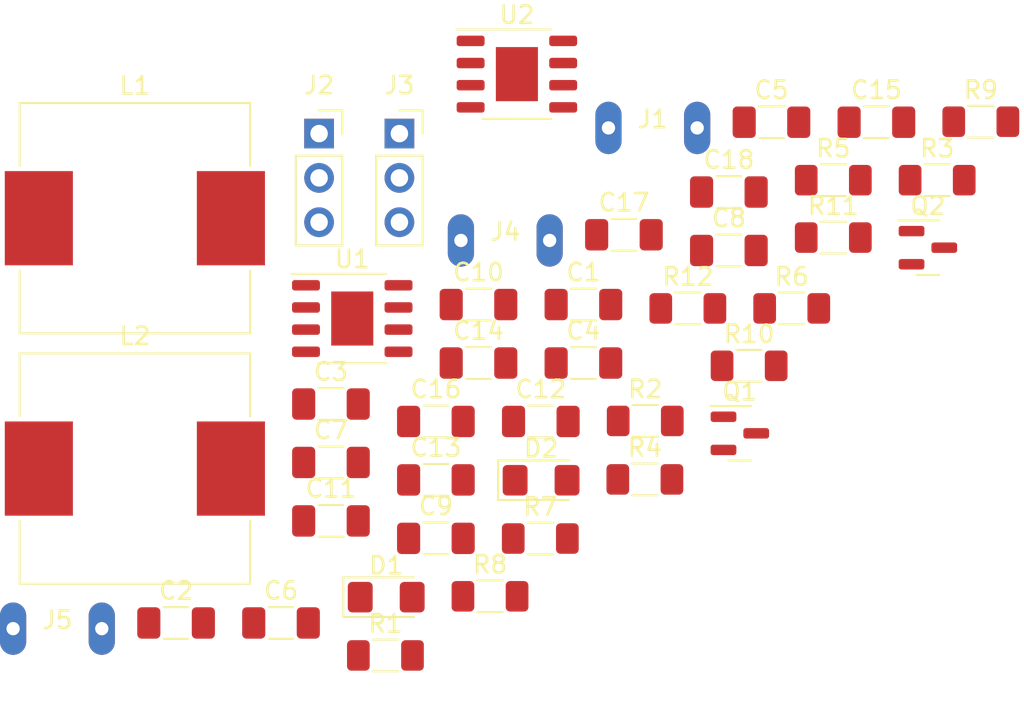
<source format=kicad_pcb>
(kicad_pcb (version 20211014) (generator pcbnew)
  (layers (0 "F.Cu" signal) (31 "B.Cu" signal) (34 "B.Paste" user) (35 "F.Paste" user) (36 "B.SilkS" user "B.Silkscreen") (37 "F.SilkS" user "F.Silkscreen") (38 "B.Mask" user) (39 "F.Mask" user) (44 "Edge.Cuts" user))
  (net 0 "")
  (net 1 "+3.3V")
  (net 2 "Net-(C1-Pad2)")
  (net 3 "+5V")
  (net 4 "Net-(C2-Pad2)")
  (net 5 "GND")
  (net 6 "VBUS")
  (net 7 "Net-(C5-Pad2)")
  (net 8 "Net-(C6-Pad2)")
  (net 9 "Net-(C7-Pad2)")
  (net 10 "Net-(C8-Pad2)")
  (net 11 "Net-(C13-Pad1)")
  (net 12 "Net-(C13-Pad2)")
  (net 13 "Net-(C14-Pad1)")
  (net 14 "Net-(C14-Pad2)")
  (net 15 "Net-(D1-Pad2)")
  (net 16 "Net-(D2-Pad2)")
  (net 17 "Net-(J2-Pad2)")
  (net 18 "Net-(J2-Pad3)")
  (net 19 "Net-(J3-Pad2)")
  (net 20 "Net-(J3-Pad3)")
  (net 21 "Net-(R6-Pad2)")
  (net 22 "Net-(R7-Pad2)")
  (net 23 "Net-(U1-Pad)")
  (net 24 "Net-(U2-Pad)")
  (footprint "Capacitor_SMD:C_1206_3216Metric_Pad1.33x1.80mm_HandSolder" (layer "F.Cu") (at 107.902 97.371)
    (fp_text reference "C6" (at 0 -1.85) (layer "F.SilkS"))
    (fp_text value "1u")
    (fp_line (start -0.711252 -0.91) (end 0.711252 -0.91) (layer "F.SilkS") (width 0.12))
    (fp_line (start -0.711252 0.91) (end 0.711252 0.91) (layer "F.SilkS") (width 0.12))
    (pad "1" smd roundrect (at -1.5625 0) (size 1.325 1.8) (layers "F.Cu" "F.Paste" "F.Mask") (roundrect_rratio 0.188679) (net 5 "GND"))
    (pad "2" smd roundrect (at 1.5625 0) (size 1.325 1.8) (layers "F.Cu" "F.Paste" "F.Mask") (roundrect_rratio 0.188679) (net 8 "Net-(C6-Pad2)"))
  )
  (footprint "LED_SMD:LED_1206_3216Metric_Pad1.42x1.75mm_HandSolder" (layer "F.Cu") (at 122.797 89.191)
    (fp_text reference "D2" (at 0 -1.82) (layer "F.SilkS"))
    (fp_text value "LED")
    (fp_line (start -2.46 -1.135) (end -2.46 1.135) (layer "F.SilkS") (width 0.12))
    (fp_line (start -2.46 1.135) (end 1.6 1.135) (layer "F.SilkS") (width 0.12))
    (fp_line (start 1.6 -1.135) (end -2.46 -1.135) (layer "F.SilkS") (width 0.12))
    (pad "1" smd roundrect (at -1.4875 0) (size 1.425 1.75) (layers "F.Cu" "F.Paste" "F.Mask") (roundrect_rratio 0.175439) (net 5 "GND"))
    (pad "2" smd roundrect (at 1.4875 0) (size 1.425 1.75) (layers "F.Cu" "F.Paste" "F.Mask") (roundrect_rratio 0.175439) (net 16 "Net-(D2-Pad2)"))
  )
  (footprint "Package_SO:HSOP-8-1EP_3.9x4.9mm_P1.27mm_EP2.41x3.1mm" (layer "F.Cu") (at 121.412 65.913)
    (fp_text reference "U2" (at 0 -3.4) (layer "F.SilkS"))
    (fp_text value "TPS54228")
    (fp_line (start 0 2.56) (end 1.95 2.56) (layer "F.SilkS") (width 0.12))
    (fp_line (start 0 2.56) (end -1.95 2.56) (layer "F.SilkS") (width 0.12))
    (fp_line (start 0 -2.56) (end 1.95 -2.56) (layer "F.SilkS") (width 0.12))
    (fp_line (start 0 -2.56) (end -3.45 -2.56) (layer "F.SilkS") (width 0.12))
    (pad "1" smd roundrect (at -2.65 -1.905) (size 1.6 0.6) (layers "F.Cu" "F.Paste" "F.Mask") (net 22 "Net-(R7-Pad2)"))
    (pad "2" smd roundrect (at -2.65 -0.635) (size 1.6 0.6) (layers "F.Cu" "F.Paste" "F.Mask") (net 4 "Net-(C2-Pad2)"))
    (pad "3" smd roundrect (at -2.65 0.635) (size 1.6 0.6) (layers "F.Cu" "F.Paste" "F.Mask") (net 8 "Net-(C6-Pad2)"))
    (pad "4" smd roundrect (at -2.65 1.905) (size 1.6 0.6) (layers "F.Cu" "F.Paste" "F.Mask") (net 10 "Net-(C8-Pad2)"))
    (pad "5" smd roundrect (at 2.65 1.905) (size 1.6 0.6) (layers "F.Cu" "F.Paste" "F.Mask") (net 24 "Net-(U2-Pad)"))
    (pad "6" smd roundrect (at 2.65 0.635) (size 1.6 0.6) (layers "F.Cu" "F.Paste" "F.Mask") (net 13 "Net-(C14-Pad1)"))
    (pad "7" smd roundrect (at 2.65 -0.635) (size 1.6 0.6) (layers "F.Cu" "F.Paste" "F.Mask") (net 14 "Net-(C14-Pad2)"))
    (pad "8" smd roundrect (at 2.65 -1.905) (size 1.6 0.6) (layers "F.Cu" "F.Paste" "F.Mask") (net 6 "VBUS"))
    (pad "9" smd rect (at 0 0) (size 2.41 3.1) (layers "F.Cu" "F.Mask"))
  )
  (footprint "Capacitor_SMD:C_1206_3216Metric_Pad1.33x1.80mm_HandSolder" (layer "F.Cu") (at 110.762 91.521)
    (fp_text reference "C11" (at 0 -1.85) (layer "F.SilkS"))
    (fp_text value "0.1u")
    (fp_line (start -0.711252 -0.91) (end 0.711252 -0.91) (layer "F.SilkS") (width 0.12))
    (fp_line (start -0.711252 0.91) (end 0.711252 0.91) (layer "F.SilkS") (width 0.12))
    (pad "1" smd roundrect (at -1.5625 0) (size 1.325 1.8) (layers "F.Cu" "F.Paste" "F.Mask") (roundrect_rratio 0.188679) (net 5 "GND"))
    (pad "2" smd roundrect (at 1.5625 0) (size 1.325 1.8) (layers "F.Cu" "F.Paste" "F.Mask") (roundrect_rratio 0.188679) (net 6 "VBUS"))
  )
  (footprint "moje:ARK" (layer "F.Cu") (at 129.197 68.996)
    (fp_text reference "J1" (at 0 -0.5 unlocked) (layer "F.SilkS"))
    (fp_text value "Vin")
    (pad "1" thru_hole oval (at -2.54 0) (size 1.5 3) (drill 0.762) (layers *.Cu *.Mask) (net 6 "VBUS"))
    (pad "2" thru_hole oval (at 2.54 0) (size 1.5 3) (drill 0.762) (layers *.Cu *.Mask) (net 5 "GND"))
  )
  (footprint "Capacitor_SMD:C_1206_3216Metric_Pad1.33x1.80mm_HandSolder" (layer "F.Cu") (at 127.542 75.121)
    (fp_text reference "C17" (at 0 -1.85) (layer "F.SilkS"))
    (fp_text value "22p")
    (fp_line (start -0.711252 -0.91) (end 0.711252 -0.91) (layer "F.SilkS") (width 0.12))
    (fp_line (start -0.711252 0.91) (end 0.711252 0.91) (layer "F.SilkS") (width 0.12))
    (pad "1" smd roundrect (at -1.5625 0) (size 1.325 1.8) (layers "F.Cu" "F.Paste" "F.Mask") (roundrect_rratio 0.188679) (net 1 "+3.3V"))
    (pad "2" smd roundrect (at 1.5625 0) (size 1.325 1.8) (layers "F.Cu" "F.Paste" "F.Mask") (roundrect_rratio 0.188679) (net 5 "GND"))
  )
  (footprint "Capacitor_SMD:C_1206_3216Metric_Pad1.33x1.80mm_HandSolder" (layer "F.Cu") (at 133.552 76.021)
    (fp_text reference "C8" (at 0 -1.85) (layer "F.SilkS"))
    (fp_text value "3.3n")
    (fp_line (start -0.711252 0.91) (end 0.711252 0.91) (layer "F.SilkS") (width 0.12))
    (fp_line (start -0.711252 -0.91) (end 0.711252 -0.91) (layer "F.SilkS") (width 0.12))
    (pad "1" smd roundrect (at -1.5625 0) (size 1.325 1.8) (layers "F.Cu" "F.Paste" "F.Mask") (roundrect_rratio 0.188679) (net 5 "GND"))
    (pad "2" smd roundrect (at 1.5625 0) (size 1.325 1.8) (layers "F.Cu" "F.Paste" "F.Mask") (roundrect_rratio 0.188679) (net 10 "Net-(C8-Pad2)"))
  )
  (footprint "Resistor_SMD:R_1206_3216Metric_Pad1.30x1.75mm_HandSolder" (layer "F.Cu") (at 145.482 71.991)
    (fp_text reference "R3" (at 0 -1.82) (layer "F.SilkS"))
    (fp_text value "10k")
    (fp_line (start -0.727064 -0.91) (end 0.727064 -0.91) (layer "F.SilkS") (width 0.12))
    (fp_line (start -0.727064 0.91) (end 0.727064 0.91) (layer "F.SilkS") (width 0.12))
    (pad "1" smd roundrect (at -1.55 0) (size 1.3 1.75) (layers "F.Cu" "F.Paste" "F.Mask") (roundrect_rratio 0.192308) (net 1 "+3.3V"))
    (pad "2" smd roundrect (at 1.55 0) (size 1.3 1.75) (layers "F.Cu" "F.Paste" "F.Mask") (roundrect_rratio 0.192308) (net 17 "Net-(J2-Pad2)"))
  )
  (footprint "Package_SO:HSOP-8-1EP_3.9x4.9mm_P1.27mm_EP2.41x3.1mm" (layer "F.Cu") (at 111.982 79.921)
    (fp_text reference "U1" (at 0 -3.4) (layer "F.SilkS"))
    (fp_text value "TPS54228")
    (fp_line (start 0 -2.56) (end -3.45 -2.56) (layer "F.SilkS") (width 0.12))
    (fp_line (start 0 2.56) (end 1.95 2.56) (layer "F.SilkS") (width 0.12))
    (fp_line (start 0 -2.56) (end 1.95 -2.56) (layer "F.SilkS") (width 0.12))
    (fp_line (start 0 2.56) (end -1.95 2.56) (layer "F.SilkS") (width 0.12))
    (pad "1" smd roundrect (at -2.65 -1.905) (size 1.6 0.6) (layers "F.Cu" "F.Paste" "F.Mask") (net 21 "Net-(R6-Pad2)"))
    (pad "2" smd roundrect (at -2.65 -0.635) (size 1.6 0.6) (layers "F.Cu" "F.Paste" "F.Mask") (net 2 "Net-(C1-Pad2)"))
    (pad "3" smd roundrect (at -2.65 0.635) (size 1.6 0.6) (layers "F.Cu" "F.Paste" "F.Mask") (net 7 "Net-(C5-Pad2)"))
    (pad "4" smd roundrect (at -2.65 1.905) (size 1.6 0.6) (layers "F.Cu" "F.Paste" "F.Mask") (net 9 "Net-(C7-Pad2)"))
    (pad "5" smd roundrect (at 2.65 1.905) (size 1.6 0.6) (layers "F.Cu" "F.Paste" "F.Mask") (net 23 "Net-(U1-Pad)"))
    (pad "6" smd roundrect (at 2.65 0.635) (size 1.6 0.6) (layers "F.Cu" "F.Paste" "F.Mask") (net 11 "Net-(C13-Pad1)"))
    (pad "7" smd roundrect (at 2.65 -0.635) (size 1.6 0.6) (layers "F.Cu" "F.Paste" "F.Mask") (net 12 "Net-(C13-Pad2)"))
    (pad "8" smd roundrect (at 2.65 -1.905) (size 1.6 0.6) (layers "F.Cu" "F.Paste" "F.Mask") (net 6 "VBUS"))
    (pad "9" smd rect (at 0 0) (size 2.41 3.1) (layers "F.Cu" "F.Mask"))
  )
  (footprint "Resistor_SMD:R_1206_3216Metric_Pad1.30x1.75mm_HandSolder" (layer "F.Cu") (at 113.882 99.231)
    (fp_text reference "R1" (at 0 -1.82) (layer "F.SilkS"))
    (fp_text value "73.2k")
    (fp_line (start -0.727064 -0.91) (end 0.727064 -0.91) (layer "F.SilkS") (width 0.12))
    (fp_line (start -0.727064 0.91) (end 0.727064 0.91) (layer "F.SilkS") (width 0.12))
    (pad "1" smd roundrect (at -1.55 0) (size 1.3 1.75) (layers "F.Cu" "F.Paste" "F.Mask") (roundrect_rratio 0.192308) (net 1 "+3.3V"))
    (pad "2" smd roundrect (at 1.55 0) (size 1.3 1.75) (layers "F.Cu" "F.Paste" "F.Mask") (roundrect_rratio 0.192308) (net 2 "Net-(C1-Pad2)"))
  )
  (footprint "Capacitor_SMD:C_1206_3216Metric_Pad1.33x1.80mm_HandSolder" (layer "F.Cu") (at 119.212 82.471)
    (fp_text reference "C14" (at 0 -1.85) (layer "F.SilkS"))
    (fp_text value "0.1u")
    (fp_line (start -0.711252 0.91) (end 0.711252 0.91) (layer "F.SilkS") (width 0.12))
    (fp_line (start -0.711252 -0.91) (end 0.711252 -0.91) (layer "F.SilkS") (width 0.12))
    (pad "1" smd roundrect (at -1.5625 0) (size 1.325 1.8) (layers "F.Cu" "F.Paste" "F.Mask") (roundrect_rratio 0.188679) (net 13 "Net-(C14-Pad1)"))
    (pad "2" smd roundrect (at 1.5625 0) (size 1.325 1.8) (layers "F.Cu" "F.Paste" "F.Mask") (roundrect_rratio 0.188679) (net 14 "Net-(C14-Pad2)"))
  )
  (footprint "Resistor_SMD:R_1206_3216Metric_Pad1.30x1.75mm_HandSolder" (layer "F.Cu") (at 147.982 68.641)
    (fp_text reference "R9" (at 0 -1.82) (layer "F.SilkS"))
    (fp_text value "10k")
    (fp_line (start -0.727064 0.91) (end 0.727064 0.91) (layer "F.SilkS") (width 0.12))
    (fp_line (start -0.727064 -0.91) (end 0.727064 -0.91) (layer "F.SilkS") (width 0.12))
    (pad "1" smd roundrect (at -1.55 0) (size 1.3 1.75) (layers "F.Cu" "F.Paste" "F.Mask") (roundrect_rratio 0.192308) (net 1 "+3.3V"))
    (pad "2" smd roundrect (at 1.55 0) (size 1.3 1.75) (layers "F.Cu" "F.Paste" "F.Mask") (roundrect_rratio 0.192308) (net 18 "Net-(J2-Pad3)"))
  )
  (footprint "Resistor_SMD:R_1206_3216Metric_Pad1.30x1.75mm_HandSolder" (layer "F.Cu") (at 139.532 75.281)
    (fp_text reference "R11" (at 0 -1.82) (layer "F.SilkS"))
    (fp_text value "10k")
    (fp_line (start -0.727064 0.91) (end 0.727064 0.91) (layer "F.SilkS") (width 0.12))
    (fp_line (start -0.727064 -0.91) (end 0.727064 -0.91) (layer "F.SilkS") (width 0.12))
    (pad "1" smd roundrect (at -1.55 0) (size 1.3 1.75) (layers "F.Cu" "F.Paste" "F.Mask") (roundrect_rratio 0.192308) (net 3 "+5V"))
    (pad "2" smd roundrect (at 1.55 0) (size 1.3 1.75) (layers "F.Cu" "F.Paste" "F.Mask") (roundrect_rratio 0.192308) (net 15 "Net-(D1-Pad2)"))
  )
  (footprint "Capacitor_SMD:C_1206_3216Metric_Pad1.33x1.80mm_HandSolder" (layer "F.Cu") (at 125.222 79.121)
    (fp_text reference "C1" (at 0 -1.85) (layer "F.SilkS"))
    (fp_text value "22p")
    (fp_line (start -0.711252 -0.91) (end 0.711252 -0.91) (layer "F.SilkS") (width 0.12))
    (fp_line (start -0.711252 0.91) (end 0.711252 0.91) (layer "F.SilkS") (width 0.12))
    (pad "1" smd roundrect (at -1.5625 0) (size 1.325 1.8) (layers "F.Cu" "F.Paste" "F.Mask") (roundrect_rratio 0.188679) (net 1 "+3.3V"))
    (pad "2" smd roundrect (at 1.5625 0) (size 1.325 1.8) (layers "F.Cu" "F.Paste" "F.Mask") (roundrect_rratio 0.188679) (net 2 "Net-(C1-Pad2)"))
  )
  (footprint "Connector_PinSocket_2.54mm:PinSocket_1x03_P2.54mm_Vertical" (layer "F.Cu") (at 110.082 69.321)
    (fp_text reference "J2" (at 0 -2.77) (layer "F.SilkS"))
    (fp_text value "I2C_low")
    (fp_line (start -1.33 1.27) (end 1.33 1.27) (layer "F.SilkS") (width 0.12))
    (fp_line (start 1.33 -1.33) (end 1.33 0) (layer "F.SilkS") (width 0.12))
    (fp_line (start -1.33 1.27) (end -1.33 6.41) (layer "F.SilkS") (width 0.12))
    (fp_line (start -1.33 6.41) (end 1.33 6.41) (layer "F.SilkS") (width 0.12))
    (fp_line (start 1.33 1.27) (end 1.33 6.41) (layer "F.SilkS") (width 0.12))
    (fp_line (start 0 -1.33) (end 1.33 -1.33) (layer "F.SilkS") (width 0.12))
    (pad "1" thru_hole rect (at 0 0) (size 1.7 1.7) (drill 1) (layers *.Cu *.Mask) (net 5 "GND"))
    (pad "2" thru_hole oval (at 0 2.54) (size 1.7 1.7) (drill 1) (layers *.Cu *.Mask) (net 17 "Net-(J2-Pad2)"))
    (pad "3" thru_hole oval (at 0 5.08) (size 1.7 1.7) (drill 1) (layers *.Cu *.Mask) (net 18 "Net-(J2-Pad3)"))
  )
  (footprint "Resistor_SMD:R_1206_3216Metric_Pad1.30x1.75mm_HandSolder" (layer "F.Cu") (at 134.712 82.631)
    (fp_text reference "R10" (at 0 -1.82) (layer "F.SilkS"))
    (fp_text value "10k")
    (fp_line (start -0.727064 0.91) (end 0.727064 0.91) (layer "F.SilkS") (width 0.12))
    (fp_line (start -0.727064 -0.91) (end 0.727064 -0.91) (layer "F.SilkS") (width 0.12))
    (pad "1" smd roundrect (at -1.55 0) (size 1.3 1.75) (layers "F.Cu" "F.Paste" "F.Mask") (roundrect_rratio 0.192308) (net 3 "+5V"))
    (pad "2" smd roundrect (at 1.55 0) (size 1.3 1.75) (layers "F.Cu" "F.Paste" "F.Mask") (roundrect_rratio 0.192308) (net 20 "Net-(J3-Pad3)"))
  )
  (footprint "LED_SMD:LED_1206_3216Metric_Pad1.42x1.75mm_HandSolder" (layer "F.Cu") (at 113.927 95.891)
    (fp_text reference "D1" (at 0 -1.82) (layer "F.SilkS"))
    (fp_text value "LED")
    (fp_line (start -2.46 -1.135) (end -2.46 1.135) (layer "F.SilkS") (width 0.12))
    (fp_line (start -2.46 1.135) (end 1.6 1.135) (layer "F.SilkS") (width 0.12))
    (fp_line (start 1.6 -1.135) (end -2.46 -1.135) (layer "F.SilkS") (width 0.12))
    (pad "1" smd roundrect (at -1.4875 0) (size 1.425 1.75) (layers "F.Cu" "F.Paste" "F.Mask") (roundrect_rratio 0.175439) (net 5 "GND"))
    (pad "2" smd roundrect (at 1.4875 0) (size 1.425 1.75) (layers "F.Cu" "F.Paste" "F.Mask") (roundrect_rratio 0.175439) (net 15 "Net-(D1-Pad2)"))
  )
  (footprint "Capacitor_SMD:C_1206_3216Metric_Pad1.33x1.80mm_HandSolder" (layer "F.Cu") (at 101.892 97.371)
    (fp_text reference "C2" (at 0 -1.85) (layer "F.SilkS"))
    (fp_text value "22p")
    (fp_line (start -0.711252 0.91) (end 0.711252 0.91) (layer "F.SilkS") (width 0.12))
    (fp_line (start -0.711252 -0.91) (end 0.711252 -0.91) (layer "F.SilkS") (width 0.12))
    (pad "1" smd roundrect (at -1.5625 0) (size 1.325 1.8) (layers "F.Cu" "F.Paste" "F.Mask") (roundrect_rratio 0.188679) (net 3 "+5V"))
    (pad "2" smd roundrect (at 1.5625 0) (size 1.325 1.8) (layers "F.Cu" "F.Paste" "F.Mask") (roundrect_rratio 0.188679) (net 4 "Net-(C2-Pad2)"))
  )
  (footprint "Capacitor_SMD:C_1206_3216Metric_Pad1.33x1.80mm_HandSolder" (layer "F.Cu") (at 125.222 82.471)
    (fp_text reference "C4" (at 0 -1.85) (layer "F.SilkS"))
    (fp_text value "10u")
    (fp_line (start -0.711252 0.91) (end 0.711252 0.91) (layer "F.SilkS") (width 0.12))
    (fp_line (start -0.711252 -0.91) (end 0.711252 -0.91) (layer "F.SilkS") (width 0.12))
    (pad "1" smd roundrect (at -1.5625 0) (size 1.325 1.8) (layers "F.Cu" "F.Paste" "F.Mask") (roundrect_rratio 0.188679) (net 5 "GND"))
    (pad "2" smd roundrect (at 1.5625 0) (size 1.325 1.8) (layers "F.Cu" "F.Paste" "F.Mask") (roundrect_rratio 0.188679) (net 6 "VBUS"))
  )
  (footprint "Capacitor_SMD:C_1206_3216Metric_Pad1.33x1.80mm_HandSolder" (layer "F.Cu") (at 116.772 89.171)
    (fp_text reference "C13" (at 0 -1.85) (layer "F.SilkS"))
    (fp_text value "0.1u")
    (fp_line (start -0.711252 0.91) (end 0.711252 0.91) (layer "F.SilkS") (width 0.12))
    (fp_line (start -0.711252 -0.91) (end 0.711252 -0.91) (layer "F.SilkS") (width 0.12))
    (pad "1" smd roundrect (at -1.5625 0) (size 1.325 1.8) (layers "F.Cu" "F.Paste" "F.Mask") (roundrect_rratio 0.188679) (net 11 "Net-(C13-Pad1)"))
    (pad "2" smd roundrect (at 1.5625 0) (size 1.325 1.8) (layers "F.Cu" "F.Paste" "F.Mask") (roundrect_rratio 0.188679) (net 12 "Net-(C13-Pad2)"))
  )
  (footprint "Resistor_SMD:R_1206_3216Metric_Pad1.30x1.75mm_HandSolder" (layer "F.Cu") (at 119.872 95.841)
    (fp_text reference "R8" (at 0 -1.82) (layer "F.SilkS"))
    (fp_text value "10k")
    (fp_line (start -0.727064 -0.91) (end 0.727064 -0.91) (layer "F.SilkS") (width 0.12))
    (fp_line (start -0.727064 0.91) (end 0.727064 0.91) (layer "F.SilkS") (width 0.12))
    (pad "1" smd roundrect (at -1.55 0) (size 1.3 1.75) (layers "F.Cu" "F.Paste" "F.Mask") (roundrect_rratio 0.192308) (net 3 "+5V"))
    (pad "2" smd roundrect (at 1.55 0) (size 1.3 1.75) (layers "F.Cu" "F.Paste" "F.Mask") (roundrect_rratio 0.192308) (net 19 "Net-(J3-Pad2)"))
  )
  (footprint "Capacitor_SMD:C_1206_3216Metric_Pad1.33x1.80mm_HandSolder" (layer "F.Cu") (at 133.552 72.671)
    (fp_text reference "C18" (at 0 -1.85) (layer "F.SilkS"))
    (fp_text value "22p")
    (fp_line (start -0.711252 0.91) (end 0.711252 0.91) (layer "F.SilkS") (width 0.12))
    (fp_line (start -0.711252 -0.91) (end 0.711252 -0.91) (layer "F.SilkS") (width 0.12))
    (pad "1" smd roundrect (at -1.5625 0) (size 1.325 1.8) (layers "F.Cu" "F.Paste" "F.Mask") (roundrect_rratio 0.188679) (net 3 "+5V"))
    (pad "2" smd roundrect (at 1.5625 0) (size 1.325 1.8) (layers "F.Cu" "F.Paste" "F.Mask") (roundrect_rratio 0.188679) (net 5 "GND"))
  )
  (footprint "Resistor_SMD:R_1206_3216Metric_Pad1.30x1.75mm_HandSolder" (layer "F.Cu") (at 122.752 92.531)
    (fp_text reference "R7" (at 0 -1.82) (layer "F.SilkS"))
    (fp_text value "10k")
    (fp_line (start -0.727064 -0.91) (end 0.727064 -0.91) (layer "F.SilkS") (width 0.12))
    (fp_line (start -0.727064 0.91) (end 0.727064 0.91) (layer "F.SilkS") (width 0.12))
    (pad "1" smd roundrect (at -1.55 0) (size 1.3 1.75) (layers "F.Cu" "F.Paste" "F.Mask") (roundrect_rratio 0.192308) (net 6 "VBUS"))
    (pad "2" smd roundrect (at 1.55 0) (size 1.3 1.75) (layers "F.Cu" "F.Paste" "F.Mask") (roundrect_rratio 0.192308) (net 22 "Net-(R7-Pad2)"))
  )
  (footprint "Inductor_SMD:L_Neosid_SM-NE127_HandSoldering" (layer "F.Cu") (at 99.532 88.521)
    (fp_text reference "L2" (at 0 -7.6) (layer "F.SilkS"))
    (fp_text value "4.7u")
    (fp_line (start 6.6 -6.6) (end 6.6 -3) (layer "F.SilkS") (width 0.12))
    (fp_line (start 6.6 6.6) (end -6.6 6.6) (layer "F.SilkS") (width 0.12))
    (fp_line (start -6.6 -6.6) (end 6.6 -6.6) (layer "F.SilkS") (width 0.12))
    (fp_line (start -6.6 6.6) (end -6.6 3) (layer "F.SilkS") (width 0.12))
    (fp_line (start -6.6 -3) (end -6.6 -6.6) (layer "F.SilkS") (width 0.12))
    (fp_line (start 6.6 3) (end 6.6 6.6) (layer "F.SilkS") (width 0.12))
    (pad "1" smd rect (at -5.5 0) (size 3.9 5.4) (layers "F.Cu" "F.Paste" "F.Mask") (net 13 "Net-(C14-Pad1)"))
    (pad "2" smd rect (at 5.5 0) (size 3.9 5.4) (layers "F.Cu" "F.Paste" "F.Mask") (net 3 "+5V"))
  )
  (footprint "Capacitor_SMD:C_1206_3216Metric_Pad1.33x1.80mm_HandSolder" (layer "F.Cu") (at 116.772 92.521)
    (fp_text reference "C9" (at 0 -1.85) (layer "F.SilkS"))
    (fp_text value "10u")
    (fp_line (start -0.711252 -0.91) (end 0.711252 -0.91) (layer "F.SilkS") (width 0.12))
    (fp_line (start -0.711252 0.91) (end 0.711252 0.91) (layer "F.SilkS") (width 0.12))
    (pad "1" smd roundrect (at -1.5625 0) (size 1.325 1.8) (layers "F.Cu" "F.Paste" "F.Mask") (roundrect_rratio 0.188679) (net 5 "GND"))
    (pad "2" smd roundrect (at 1.5625 0) (size 1.325 1.8) (layers "F.Cu" "F.Paste" "F.Mask") (roundrect_rratio 0.188679) (net 6 "VBUS"))
  )
  (footprint "Resistor_SMD:R_1206_3216Metric_Pad1.30x1.75mm_HandSolder" (layer "F.Cu") (at 139.532 71.991)
    (fp_text reference "R5" (at 0 -1.82) (layer "F.SilkS"))
    (fp_text value "22.1k")
    (fp_line (start -0.727064 -0.91) (end 0.727064 -0.91) (layer "F.SilkS") (width 0.12))
    (fp_line (start -0.727064 0.91) (end 0.727064 0.91) (layer "F.SilkS") (width 0.12))
    (pad "1" smd roundrect (at -1.55 0) (size 1.3 1.75) (layers "F.Cu" "F.Paste" "F.Mask") (roundrect_rratio 0.192308) (net 5 "GND"))
    (pad "2" smd roundrect (at 1.55 0) (size 1.3 1.75) (layers "F.Cu" "F.Paste" "F.Mask") (roundrect_rratio 0.192308) (net 4 "Net-(C2-Pad2)"))
  )
  (footprint "Package_TO_SOT_SMD:SOT-23" (layer "F.Cu") (at 134.182 86.501)
    (fp_text reference "Q1" (at 0 -2.4) (layer "F.SilkS"))
    (fp_text value "2N7002E")
    (fp_line (start 0 1.56) (end 0.65 1.56) (layer "F.SilkS") (width 0.12))
    (fp_line (start 0 -1.56) (end 0.65 -1.56) (layer "F.SilkS") (width 0.12))
    (fp_line (start 0 1.56) (end -0.65 1.56) (layer "F.SilkS") (width 0.12))
    (fp_line (start 0 -1.56) (end -1.675 -1.56) (layer "F.SilkS") (width 0.12))
    (pad "1" smd roundrect (at -0.9375 -0.95) (size 1.475 0.6) (layers "F.Cu" "F.Paste" "F.Mask") (net 1 "+3.3V"))
    (pad "2" smd roundrect (at -0.9375 0.95) (size 1.475 0.6) (layers "F.Cu" "F.Paste" "F.Mask") (net 17 "Net-(J2-Pad2)"))
    (pad "3" smd roundrect (at 0.9375 0) (size 1.475 0.6) (layers "F.Cu" "F.Paste" "F.Mask") (net 19 "Net-(J3-Pad2)"))
  )
  (footprint "Capacitor_SMD:C_1206_3216Metric_Pad1.33x1.80mm_HandSolder" (layer "F.Cu") (at 142.002 68.671)
    (fp_text reference "C15" (at 0 -1.85) (layer "F.SilkS"))
    (fp_text value "22p")
    (fp_line (start -0.711252 -0.91) (end 0.711252 -0.91) (layer "F.SilkS") (width 0.12))
    (fp_line (start -0.711252 0.91) (end 0.711252 0.91) (layer "F.SilkS") (width 0.12))
    (pad "1" smd roundrect (at -1.5625 0) (size 1.325 1.8) (layers "F.Cu" "F.Paste" "F.Mask") (roundrect_rratio 0.188679) (net 1 "+3.3V"))
    (pad "2" smd roundrect (at 1.5625 0) (size 1.325 1.8) (layers "F.Cu" "F.Paste" "F.Mask") (roundrect_rratio 0.188679) (net 5 "GND"))
  )
  (footprint "Capacitor_SMD:C_1206_3216Metric_Pad1.33x1.80mm_HandSolder" (layer "F.Cu") (at 119.212 79.121)
    (fp_text reference "C10" (at 0 -1.85) (layer "F.SilkS"))
    (fp_text value "10u")
    (fp_line (start -0.711252 0.91) (end 0.711252 0.91) (layer "F.SilkS") (width 0.12))
    (fp_line (start -0.711252 -0.91) (end 0.711252 -0.91) (layer "F.SilkS") (width 0.12))
    (pad "1" smd roundrect (at -1.5625 0) (size 1.325 1.8) (layers "F.Cu" "F.Paste" "F.Mask") (roundrect_rratio 0.188679) (net 5 "GND"))
    (pad "2" smd roundrect (at 1.5625 0) (size 1.325 1.8) (layers "F.Cu" "F.Paste" "F.Mask") (roundrect_rratio 0.188679) (net 6 "VBUS"))
  )
  (footprint "Capacitor_SMD:C_1206_3216Metric_Pad1.33x1.80mm_HandSolder" (layer "F.Cu") (at 122.782 85.821)
    (fp_text reference "C12" (at 0 -1.85) (layer "F.SilkS"))
    (fp_text value "0.1u")
    (fp_line (start -0.711252 -0.91) (end 0.711252 -0.91) (layer "F.SilkS") (width 0.12))
    (fp_line (start -0.711252 0.91) (end 0.711252 0.91) (layer "F.SilkS") (width 0.12))
    (pad "1" smd roundrect (at -1.5625 0) (size 1.325 1.8) (layers "F.Cu" "F.Paste" "F.Mask") (roundrect_rratio 0.188679) (net 5 "GND"))
    (pad "2" smd roundrect (at 1.5625 0) (size 1.325 1.8) (layers "F.Cu" "F.Paste" "F.Mask") (roundrect_rratio 0.188679) (net 6 "VBUS"))
  )
  (footprint "Package_TO_SOT_SMD:SOT-23" (layer "F.Cu") (at 144.952 75.861)
    (fp_text reference "Q2" (at 0 -2.4) (layer "F.SilkS"))
    (fp_text value "2N7002E")
    (fp_line (start 0 -1.56) (end 0.65 -1.56) (layer "F.SilkS") (width 0.12))
    (fp_line (start 0 1.56) (end -0.65 1.56) (layer "F.SilkS") (width 0.12))
    (fp_line (start 0 1.56) (end 0.65 1.56) (layer "F.SilkS") (width 0.12))
    (fp_line (start 0 -1.56) (end -1.675 -1.56) (layer "F.SilkS") (width 0.12))
    (pad "1" smd roundrect (at -0.9375 -0.95) (size 1.475 0.6) (layers "F.Cu" "F.Paste" "F.Mask") (net 1 "+3.3V"))
    (pad "2" smd roundrect (at -0.9375 0.95) (size 1.475 0.6) (layers "F.Cu" "F.Paste" "F.Mask") (net 18 "Net-(J2-Pad3)"))
    (pad "3" smd roundrect (at 0.9375 0) (size 1.475 0.6) (layers "F.Cu" "F.Paste" "F.Mask") (net 20 "Net-(J3-Pad3)"))
  )
  (footprint "Resistor_SMD:R_1206_3216Metric_Pad1.30x1.75mm_HandSolder" (layer "F.Cu") (at 137.152 79.341)
    (fp_text reference "R6" (at 0 -1.82) (layer "F.SilkS"))
    (fp_text value "10k")
    (fp_line (start -0.727064 -0.91) (end 0.727064 -0.91) (layer "F.SilkS") (width 0.12))
    (fp_line (start -0.727064 0.91) (end 0.727064 0.91) (layer "F.SilkS") (width 0.12))
    (pad "1" smd roundrect (at -1.55 0) (size 1.3 1.75) (layers "F.Cu" "F.Paste" "F.Mask") (roundrect_rratio 0.192308) (net 6 "VBUS"))
    (pad "2" smd roundrect (at 1.55 0) (size 1.3 1.75) (layers "F.Cu" "F.Paste" "F.Mask") (roundrect_rratio 0.192308) (net 21 "Net-(R6-Pad2)"))
  )
  (footprint "Connector_PinSocket_2.54mm:PinSocket_1x03_P2.54mm_Vertical" (layer "F.Cu") (at 114.682 69.321)
    (fp_text reference "J3" (at 0 -2.77) (layer "F.SilkS"))
    (fp_text value "I2C_high")
    (fp_line (start 1.33 1.27) (end 1.33 6.41) (layer "F.SilkS") (width 0.12))
    (fp_line (start -1.33 6.41) (end 1.33 6.41) (layer "F.SilkS") (width 0.12))
    (fp_line (start -1.33 1.27) (end -1.33 6.41) (layer "F.SilkS") (width 0.12))
    (fp_line (start 1.33 -1.33) (end 1.33 0) (layer "F.SilkS") (width 0.12))
    (fp_line (start 0 -1.33) (end 1.33 -1.33) (layer "F.SilkS") (width 0.12))
    (fp_line (start -1.33 1.27) (end 1.33 1.27) (layer "F.SilkS") (width 0.12))
    (pad "1" thru_hole rect (at 0 0) (size 1.7 1.7) (drill 1) (layers *.Cu *.Mask) (net 5 "GND"))
    (pad "2" thru_hole oval (at 0 2.54) (size 1.7 1.7) (drill 1) (layers *.Cu *.Mask) (net 19 "Net-(J3-Pad2)"))
    (pad "3" thru_hole oval (at 0 5.08) (size 1.7 1.7) (drill 1) (layers *.Cu *.Mask) (net 20 "Net-(J3-Pad3)"))
  )
  (footprint "Inductor_SMD:L_Neosid_SM-NE127_HandSoldering" (layer "F.Cu") (at 99.532 74.171)
    (fp_text reference "L1" (at 0 -7.6) (layer "F.SilkS"))
    (fp_text value "3.3u")
    (fp_line (start 6.6 6.6) (end -6.6 6.6) (layer "F.SilkS") (width 0.12))
    (fp_line (start 6.6 -6.6) (end 6.6 -3) (layer "F.SilkS") (width 0.12))
    (fp_line (start -6.6 -3) (end -6.6 -6.6) (layer "F.SilkS") (width 0.12))
    (fp_line (start -6.6 -6.6) (end 6.6 -6.6) (layer "F.SilkS") (width 0.12))
    (fp_line (start -6.6 6.6) (end -6.6 3) (layer "F.SilkS") (width 0.12))
    (fp_line (start 6.6 3) (end 6.6 6.6) (layer "F.SilkS") (width 0.12))
    (pad "1" smd rect (at -5.5 0) (size 3.9 5.4) (layers "F.Cu" "F.Paste" "F.Mask") (net 11 "Net-(C13-Pad1)"))
    (pad "2" smd rect (at 5.5 0) (size 3.9 5.4) (layers "F.Cu" "F.Paste" "F.Mask") (net 1 "+3.3V"))
  )
  (footprint "moje:ARK" (layer "F.Cu") (at 95.097 97.696)
    (fp_text reference "J5" (at 0 -0.5 unlocked) (layer "F.SilkS"))
    (fp_text value "5V out")
    (pad "1" thru_hole oval (at -2.54 0) (size 1.5 3) (drill 0.762) (layers *.Cu *.Mask) (net 3 "+5V"))
    (pad "2" thru_hole oval (at 2.54 0) (size 1.5 3) (drill 0.762) (layers *.Cu *.Mask) (net 5 "GND"))
  )
  (footprint "Capacitor_SMD:C_1206_3216Metric_Pad1.33x1.80mm_HandSolder" (layer "F.Cu") (at 110.762 88.171)
    (fp_text reference "C7" (at 0 -1.85) (layer "F.SilkS"))
    (fp_text value "3.3n")
    (fp_line (start -0.711252 0.91) (end 0.711252 0.91) (layer "F.SilkS") (width 0.12))
    (fp_line (start -0.711252 -0.91) (end 0.711252 -0.91) (layer "F.SilkS") (width 0.12))
    (pad "1" smd roundrect (at -1.5625 0) (size 1.325 1.8) (layers "F.Cu" "F.Paste" "F.Mask") (roundrect_rratio 0.188679) (net 5 "GND"))
    (pad "2" smd roundrect (at 1.5625 0) (size 1.325 1.8) (layers "F.Cu" "F.Paste" "F.Mask") (roundrect_rratio 0.188679) (net 9 "Net-(C7-Pad2)"))
  )
  (footprint "Capacitor_SMD:C_1206_3216Metric_Pad1.33x1.80mm_HandSolder" (layer "F.Cu") (at 135.992 68.671)
    (fp_text reference "C5" (at 0 -1.85) (layer "F.SilkS"))
    (fp_text value "1u")
    (fp_line (start -0.711252 0.91) (end 0.711252 0.91) (layer "F.SilkS") (width 0.12))
    (fp_line (start -0.711252 -0.91) (end 0.711252 -0.91) (layer "F.SilkS") (width 0.12))
    (pad "1" smd roundrect (at -1.5625 0) (size 1.325 1.8) (layers "F.Cu" "F.Paste" "F.Mask") (roundrect_rratio 0.188679) (net 5 "GND"))
    (pad "2" smd roundrect (at 1.5625 0) (size 1.325 1.8) (layers "F.Cu" "F.Paste" "F.Mask") (roundrect_rratio 0.188679) (net 7 "Net-(C5-Pad2)"))
  )
  (footprint "Capacitor_SMD:C_1206_3216Metric_Pad1.33x1.80mm_HandSolder" (layer "F.Cu") (at 116.772 85.821)
    (fp_text reference "C16" (at 0 -1.85) (layer "F.SilkS"))
    (fp_text value "22p")
    (fp_line (start -0.711252 -0.91) (end 0.711252 -0.91) (layer "F.SilkS") (width 0.12))
    (fp_line (start -0.711252 0.91) (end 0.711252 0.91) (layer "F.SilkS") (width 0.12))
    (pad "1" smd roundrect (at -1.5625 0) (size 1.325 1.8) (layers "F.Cu" "F.Paste" "F.Mask") (roundrect_rratio 0.188679) (net 3 "+5V"))
    (pad "2" smd roundrect (at 1.5625 0) (size 1.325 1.8) (layers "F.Cu" "F.Paste" "F.Mask") (roundrect_rratio 0.188679) (net 5 "GND"))
  )
  (footprint "moje:ARK" (layer "F.Cu") (at 120.747 75.446)
    (fp_text reference "J4" (at 0 -0.5 unlocked) (layer "F.SilkS"))
    (fp_text value "3.3V out")
    (pad "1" thru_hole oval (at -2.54 0) (size 1.5 3) (drill 0.762) (layers *.Cu *.Mask) (net 1 "+3.3V"))
    (pad "2" thru_hole oval (at 2.54 0) (size 1.5 3) (drill 0.762) (layers *.Cu *.Mask) (net 5 "GND"))
  )
  (footprint "Resistor_SMD:R_1206_3216Metric_Pad1.30x1.75mm_HandSolder" (layer "F.Cu") (at 128.742 89.141)
    (fp_text reference "R4" (at 0 -1.82) (layer "F.SilkS"))
    (fp_text value "22.1k")
    (fp_line (start -0.727064 0.91) (end 0.727064 0.91) (layer "F.SilkS") (width 0.12))
    (fp_line (start -0.727064 -0.91) (end 0.727064 -0.91) (layer "F.SilkS") (width 0.12))
    (pad "1" smd roundrect (at -1.55 0) (size 1.3 1.75) (layers "F.Cu" "F.Paste" "F.Mask") (roundrect_rratio 0.192308) (net 5 "GND"))
    (pad "2" smd roundrect (at 1.55 0) (size 1.3 1.75) (layers "F.Cu" "F.Paste" "F.Mask") (roundrect_rratio 0.192308) (net 2 "Net-(C1-Pad2)"))
  )
  (footprint "Capacitor_SMD:C_1206_3216Metric_Pad1.33x1.80mm_HandSolder" (layer "F.Cu") (at 110.762 84.821)
    (fp_text reference "C3" (at 0 -1.85) (layer "F.SilkS"))
    (fp_text value "10u")
    (fp_line (start -0.711252 -0.91) (end 0.711252 -0.91) (layer "F.SilkS") (width 0.12))
    (fp_line (start -0.711252 0.91) (end 0.711252 0.91) (layer "F.SilkS") (width 0.12))
    (pad "1" smd roundrect (at -1.5625 0) (size 1.325 1.8) (layers "F.Cu" "F.Paste" "F.Mask") (roundrect_rratio 0.188679) (net 5 "GND"))
    (pad "2" smd roundrect (at 1.5625 0) (size 1.325 1.8) (layers "F.Cu" "F.Paste" "F.Mask") (roundrect_rratio 0.188679) (net 6 "VBUS"))
  )
  (footprint "Resistor_SMD:R_1206_3216Metric_Pad1.30x1.75mm_HandSolder" (layer "F.Cu") (at 128.762 85.791)
    (fp_text reference "R2" (at 0 -1.82) (layer "F.SilkS"))
    (fp_text value "124k")
    (fp_line (start -0.727064 -0.91) (end 0.727064 -0.91) (layer "F.SilkS") (width 0.12))
    (fp_line (start -0.727064 0.91) (end 0.727064 0.91) (layer "F.SilkS") (width 0.12))
    (pad "1" smd roundrect (at -1.55 0) (size 1.3 1.75) (layers "F.Cu" "F.Paste" "F.Mask") (roundrect_rratio 0.192308) (net 3 "+5V"))
    (pad "2" smd roundrect (at 1.55 0) (size 1.3 1.75) (layers "F.Cu" "F.Paste" "F.Mask") (roundrect_rratio 0.192308) (net 4 "Net-(C2-Pad2)"))
  )
  (footprint "Resistor_SMD:R_1206_3216Metric_Pad1.30x1.75mm_HandSolder" (layer "F.Cu") (at 131.202 79.341)
    (fp_text reference "R12" (at 0 -1.82) (layer "F.SilkS"))
    (fp_text value "10k")
    (fp_line (start -0.727064 0.91) (end 0.727064 0.91) (layer "F.SilkS") (width 0.12))
    (fp_line (start -0.727064 -0.91) (end 0.727064 -0.91) (layer "F.SilkS") (width 0.12))
    (pad "1" smd roundrect (at -1.55 0) (size 1.3 1.75) (layers "F.Cu" "F.Paste" "F.Mask") (roundrect_rratio 0.192308) (net 1 "+3.3V"))
    (pad "2" smd roundrect (at 1.55 0) (size 1.3 1.75) (layers "F.Cu" "F.Paste" "F.Mask") (roundrect_rratio 0.192308) (net 16 "Net-(D2-Pad2)"))
  )
)
</source>
